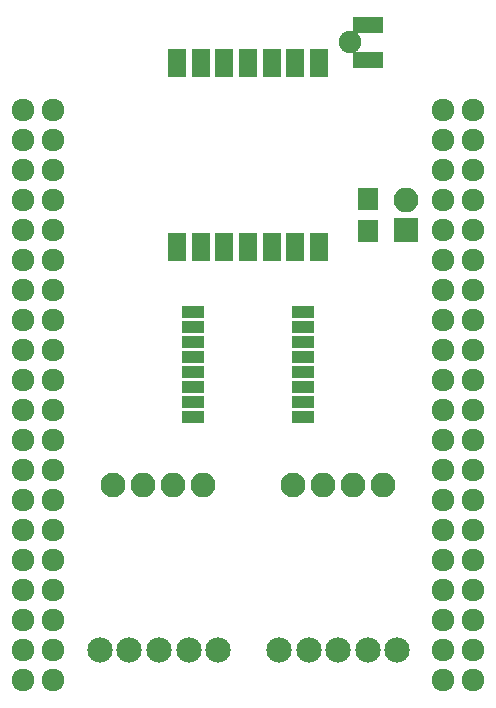
<source format=gts>
G04 #@! TF.FileFunction,Soldermask,Top*
%FSLAX46Y46*%
G04 Gerber Fmt 4.6, Leading zero omitted, Abs format (unit mm)*
G04 Created by KiCad (PCBNEW 4.0.5) date Sunday, 26 February 2017 'PMt' 15:03:11*
%MOMM*%
%LPD*%
G01*
G04 APERTURE LIST*
%ADD10C,0.100000*%
%ADD11R,1.700000X1.900000*%
%ADD12R,1.900000X1.000000*%
%ADD13R,2.100000X2.100000*%
%ADD14O,2.100000X2.100000*%
%ADD15C,2.100000*%
%ADD16R,1.650000X2.400000*%
%ADD17C,1.900000*%
%ADD18R,2.600000X1.400000*%
%ADD19C,2.150000*%
%ADD20C,1.924000*%
G04 APERTURE END LIST*
D10*
D11*
X158650000Y-63020000D03*
X158650000Y-65720000D03*
D12*
X143840000Y-72625000D03*
X143840000Y-73895000D03*
X143840000Y-75165000D03*
X143840000Y-76435000D03*
X143840000Y-77705000D03*
X143840000Y-78975000D03*
X143840000Y-80245000D03*
X143840000Y-81515000D03*
X153140000Y-81515000D03*
X153140000Y-80245000D03*
X153140000Y-78975000D03*
X153140000Y-77705000D03*
X153140000Y-76435000D03*
X153140000Y-75165000D03*
X153140000Y-73895000D03*
X153140000Y-72625000D03*
D13*
X161825000Y-65640000D03*
D14*
X161825000Y-63100000D03*
D15*
X152300000Y-87230000D03*
D14*
X154840000Y-87230000D03*
X157380000Y-87230000D03*
X159920000Y-87230000D03*
D15*
X137060000Y-87230000D03*
D14*
X139600000Y-87230000D03*
X142140000Y-87230000D03*
X144680000Y-87230000D03*
D16*
X154490000Y-51490000D03*
X152490000Y-51490000D03*
X150490000Y-51490000D03*
X148490000Y-51490000D03*
X146490000Y-51490000D03*
X144490000Y-51490000D03*
X142490000Y-51490000D03*
X146490000Y-67090000D03*
X142490000Y-67090000D03*
X150490000Y-67090000D03*
X152490000Y-67090000D03*
X148490000Y-67090000D03*
X154490000Y-67090000D03*
X144490000Y-67090000D03*
D17*
X157150000Y-49765000D03*
D18*
X158650000Y-48265000D03*
X158650000Y-51265000D03*
D19*
X151110000Y-101200000D03*
X153610000Y-101200000D03*
X156110000Y-101200000D03*
X158610000Y-101200000D03*
X161110000Y-101200000D03*
X135950000Y-101200000D03*
X138450000Y-101200000D03*
X140950000Y-101200000D03*
X143450000Y-101200000D03*
X145950000Y-101200000D03*
D20*
X129451100Y-55473600D03*
X131991100Y-55473600D03*
X129451100Y-58013600D03*
X131991100Y-58013600D03*
X129451100Y-60553600D03*
X131991100Y-60553600D03*
X129451100Y-63093600D03*
X131991100Y-63093600D03*
X129451100Y-65633600D03*
X131991100Y-65633600D03*
X129451100Y-68173600D03*
X131991100Y-68173600D03*
X129451100Y-70713600D03*
X131991100Y-70713600D03*
X129451100Y-73253600D03*
X131991100Y-73253600D03*
X129451100Y-75793600D03*
X131991100Y-75793600D03*
X129451100Y-78333600D03*
X131991100Y-78333600D03*
X129451100Y-80873600D03*
X131991100Y-80873600D03*
X129451100Y-83413600D03*
X131991100Y-83413600D03*
X129451100Y-85953600D03*
X131991100Y-85953600D03*
X129451100Y-88493600D03*
X131991100Y-88493600D03*
X129451100Y-91033600D03*
X131991100Y-91033600D03*
X129451100Y-93573600D03*
X131991100Y-93573600D03*
X129451100Y-96113600D03*
X131991100Y-96113600D03*
X129451100Y-98653600D03*
X131991100Y-98653600D03*
X129451100Y-101193600D03*
X131991100Y-101193600D03*
X129451100Y-103733600D03*
X131991100Y-103733600D03*
X165011100Y-55473600D03*
X167551100Y-55473600D03*
X165011100Y-58013600D03*
X167551100Y-58013600D03*
X165011100Y-60553600D03*
X167551100Y-60553600D03*
X165011100Y-63093600D03*
X167551100Y-63093600D03*
X165011100Y-65633600D03*
X167551100Y-65633600D03*
X165011100Y-68173600D03*
X167551100Y-68173600D03*
X165011100Y-70713600D03*
X167551100Y-70713600D03*
X165011100Y-73253600D03*
X167551100Y-73253600D03*
X165011100Y-75793600D03*
X167551100Y-75793600D03*
X165011100Y-78333600D03*
X167551100Y-78333600D03*
X165011100Y-80873600D03*
X167551100Y-80873600D03*
X165011100Y-83413600D03*
X167551100Y-83413600D03*
X165011100Y-85953600D03*
X167551100Y-85953600D03*
X165011100Y-88493600D03*
X167551100Y-88493600D03*
X165011100Y-91033600D03*
X167551100Y-91033600D03*
X165011100Y-93573600D03*
X167551100Y-93573600D03*
X165011100Y-96113600D03*
X167551100Y-96113600D03*
X165011100Y-98653600D03*
X167551100Y-98653600D03*
X165011100Y-101193600D03*
X167551100Y-101193600D03*
X165011100Y-103733600D03*
X167551100Y-103733600D03*
M02*

</source>
